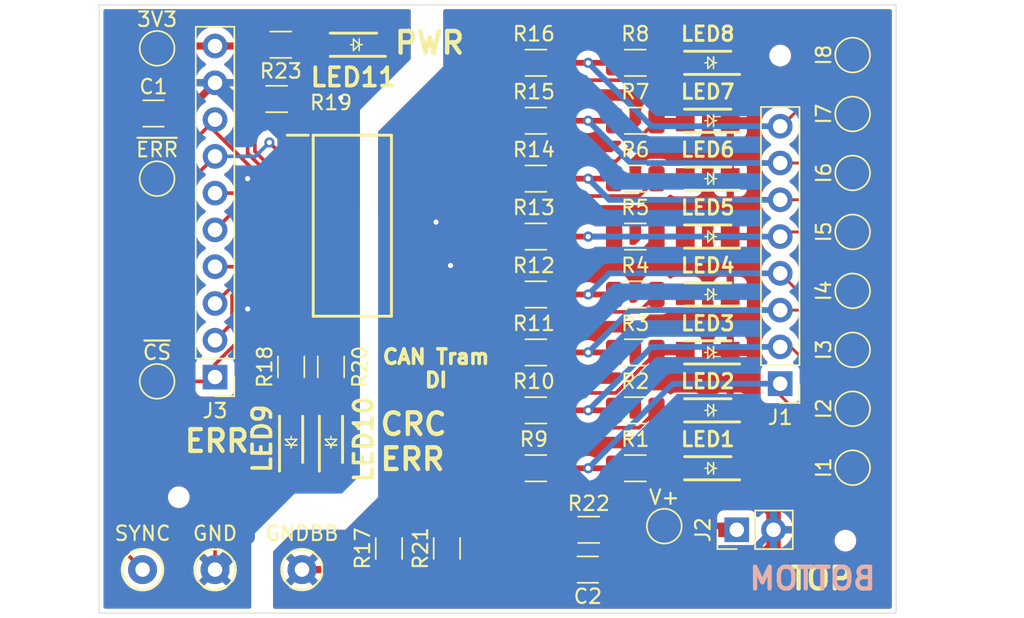
<source format=kicad_pcb>
(kicad_pcb (version 20240108) (generator "pcbnew") (generator_version "8.0")
  (layers (0 "F.Cu" signal) (31 "B.Cu" signal) (34 "B.Paste" user) (35 "F.Paste" user) (36 "B.SilkS" user "B.Silkscreen") (37 "F.SilkS" user "F.Silkscreen") (38 "B.Mask" user) (39 "F.Mask" user) (44 "Edge.Cuts" user))
  (net 0 "")
  (net 1 "GND")
  (net 2 "+3V3")
  (net 3 "GNDBB")
  (net 4 "Net-(IC1-VBB)")
  (net 5 "/IH8")
  (net 6 "/IH2")
  (net 7 "Net-(IC1-ROSC)")
  (net 9 "/IH4")
  (net 10 "/IL2")
  (net 11 "/IH6")
  (net 12 "/SYNC")
  (net 13 "/IH7")
  (net 14 "/SSI")
  (net 15 "/SSO")
  (net 16 "Net-(IC1-~{CRCERR})")
  (net 17 "/SDO")
  (net 18 "/IH5")
  (net 21 "/~{ERR}")
  (net 22 "/IL5")
  (net 23 "/SDI")
  (net 24 "/IH1")
  (net 25 "/~{CS}")
  (net 26 "/IL7")
  (net 28 "/IL8")
  (net 29 "/IL4")
  (net 30 "Net-(IC1-WB)")
  (net 31 "/SCLK")
  (net 32 "/IH3")
  (net 33 "/IL6")
  (net 34 "/IL3")
  (net 35 "Net-(IC1-TS)")
  (net 36 "/IL1")
  (net 37 "/I1")
  (net 38 "/I5")
  (net 39 "/I2")
  (net 40 "/I8")
  (net 41 "/I3")
  (net 42 "/I7")
  (net 43 "/I4")
  (net 44 "/I6")
  (net 45 "Net-(J2-Pin_1)")
  (net 46 "Net-(LED9-A)")
  (net 47 "Net-(LED10-A)")
  (net 48 "Net-(LED11-A)")
  (footprint "Capacitor_SMD:C_1206_3216Metric" (layer "F.Cu") (at 211.725 94 180)
    (property "Reference" "C2")
    (property "Value" "330n")
  )
  (footprint "Resistor_SMD:R_1206_3216Metric" (layer "F.Cu") (at 215 79)
    (property "Reference" "R3")
    (property "Value" "12k" (hide yes))
  )
  (footprint "SamacSys_Parts:LEDM3216X130N" (layer "F.Cu") (at 220 75 180)
    (property "Reference" "LED4")
    (property "Value" "156120YS75000" (hide yes))
  )
  (footprint "TestPoint:TestPoint_Pad_D2.0mm" (layer "F.Cu") (at 230 66.607144 90)
    (property "Reference" "I6")
    (property "Value" "TestPoint")
  )
  (footprint "Resistor_SMD:R_1206_3216Metric" (layer "F.Cu") (at 194 80 90)
    (property "Reference" "R20")
    (property "Value" "470" (hide yes))
  )
  (footprint "Resistor_SMD:R_1206_3216Metric" (layer "F.Cu") (at 202 92.5375 90)
    (property "Reference" "R21")
    (property "Value" "330k")
  )
  (footprint "Resistor_SMD:R_1206_3216Metric" (layer "F.Cu") (at 191.25 80 90)
    (property "Reference" "R18")
    (property "Value" "470" (hide yes))
  )
  (footprint "TestPoint:TestPoint_Keystone_5000-5004_Miniature" (layer "F.Cu") (at 192 94)
    (property "Reference" "GNDBB")
    (property "Value" "TestPoint_Probe")
  )
  (footprint "Resistor_SMD:R_1206_3216Metric" (layer "F.Cu") (at 190.5375 57.75 180)
    (property "Reference" "R23")
    (property "Value" "22k")
  )
  (footprint "TestPoint:TestPoint_Pad_D2.0mm" (layer "F.Cu") (at 230 82.892856 90)
    (property "Reference" "I2")
    (property "Value" "TestPoint")
  )
  (footprint "TestPoint:TestPoint_Pad_D2.0mm" (layer "F.Cu") (at 230 62.535716 90)
    (property "Reference" "I7")
    (property "Value" "TestPoint")
  )
  (footprint "FH_Aachen:PassStift_d=1.0_D=6.0_einseitig" (layer "F.Cu") (at 229.5 92)
    (property "Reference" "REF**" (hide yes))
    (property "Value" "PassStift_d=1.0_D=6.0_einseitig")
  )
  (footprint "TestPoint:TestPoint_Pad_D2.0mm" (layer "F.Cu") (at 217 91)
    (property "Reference" "V+")
    (property "Value" "TestPoint")
  )
  (footprint "SamacSys_Parts:LEDM3216X130N" (layer "F.Cu") (at 220 67 180)
    (property "Reference" "LED6")
    (property "Value" "156120YS75000" (hide yes))
  )
  (footprint "Resistor_SMD:R_1206_3216Metric" (layer "F.Cu") (at 208.1375 67 180)
    (property "Reference" "R14")
    (property "Value" "2k" (hide yes))
  )
  (footprint "Resistor_SMD:R_1206_3216Metric" (layer "F.Cu") (at 211.7875 91.25)
    (property "Reference" "R22")
    (property "Value" "100")
  )
  (footprint "TestPoint:TestPoint_Pad_D2.0mm" (layer "F.Cu") (at 182 81)
    (property "Reference" "~{CS}")
    (property "Value" "TestPoint")
  )
  (footprint "SamacSys_Parts:LEDM3216X130N" (layer "F.Cu") (at 195.55 57.75 180)
    (property "Reference" "LED11")
    (property "Value" "156120GS75000" (hide yes))
  )
  (footprint "TestPoint:TestPoint_Pad_D2.0mm" (layer "F.Cu") (at 182 67)
    (property "Reference" "~{ERR}")
    (property "Value" "TestPoint")
  )
  (footprint "Capacitor_SMD:C_1206_3216Metric" (layer "F.Cu") (at 181.75 62.5)
    (property "Reference" "C1")
    (property "Value" "100n")
  )
  (footprint "SamacSys_Parts:LEDM3216X130N" (layer "F.Cu") (at 220 87 180)
    (property "Reference" "LED1")
    (property "Value" "156120YS75000" (hide yes))
  )
  (footprint "Resistor_SMD:R_1206_3216Metric" (layer "F.Cu") (at 208.1375 59 180)
    (property "Reference" "R16")
    (property "Value" "2k" (hide yes))
  )
  (footprint "Connector_PinHeader_2.54mm:PinHeader_1x02_P2.54mm_Vertical" (layer "F.Cu") (at 222 91.25 90)
    (property "Reference" "J2")
    (property "Value" "Conn_01x02")
  )
  (footprint "TestPoint:TestPoint_Pad_D2.0mm" (layer "F.Cu") (at 230 70.678572 90)
    (property "Reference" "I5")
    (property "Value" "TestPoint")
  )
  (footprint "SamacSys_Parts:LEDM3216X130N" (layer "F.Cu") (at 220 59 180)
    (property "Reference" "LED8")
    (property "Value" "156120YS75000" (hide yes))
  )
  (footprint "SamacSys_Parts:LEDM3216X130N" (layer "F.Cu") (at 220 83 180)
    (property "Reference" "LED2")
    (property "Value" "156120YS75000" (hide yes))
  )
  (footprint "SamacSys_Parts:LEDM3216X130N" (layer "F.Cu") (at 220 79 180)
    (property "Reference" "LED3")
    (property "Value" "156120YS75000" (hide yes))
  )
  (footprint "SamacSys_Parts:LEDM3216X130N" (layer "F.Cu") (at 191.25 85 90)
    (property "Reference" "LED9")
    (property "Value" "156120RS75000" (hide yes))
  )
  (footprint "TestPoint:TestPoint_Pad_D2.0mm" (layer "F.Cu") (at 230 86.964288 90)
    (property "Reference" "I1")
    (property "Value" "TestPoint")
  )
  (footprint "TestPoint:TestPoint_Keystone_5000-5004_Miniature" (layer "F.Cu") (at 181 94)
    (property "Reference" "SYNC")
    (property "Value" "TestPoint_Probe")
  )
  (footprint "SamacSys_Parts:LEDM3216X130N" (layer "F.Cu") (at 220 63 180)
    (property "Reference" "LED7")
    (property "Value" "156120YS75000" (hide yes))
  )
  (footprint "TestPoint:TestPoint_Pad_D2.0mm" (layer "F.Cu") (at 230 74.75 90)
    (property "Reference" "I4")
    (property "Value" "TestPoint")
  )
  (footprint "Resistor_SMD:R_1206_3216Metric" (layer "F.Cu") (at 215 59)
    (property "Reference" "R8")
    (property "Value" "12k" (hide yes))
  )
  (footprint "Resistor_SMD:R_1206_3216Metric" (layer "F.Cu") (at 208.1375 83 180)
    (property "Reference" "R10")
    (property "Value" "2k" (hide yes))
  )
  (footprint "Connector_PinHeader_2.54mm:PinHeader_1x10_P2.54mm_Vertical" (layer "F.Cu") (at 186 80.7 180)
    (property "Reference" "J3")
    (property "Value" "Conn_01x10")
  )
  (footprint "TestPoint:TestPoint_Pad_D2.0mm" (layer "F.Cu") (at 230 58.464288 90)
    (property "Reference" "I8")
    (property "Value" "TestPoint")
  )
  (footprint "Resistor_SMD:R_1206_3216Metric" (layer "F.Cu") (at 215 83)
    (property "Reference" "R2")
    (property "Value" "12k" (hide yes))
  )
  (footprint "SamacSys_Parts:LEDM3216X130N" (layer "F.Cu") (at 194 85 90)
    (property "Reference" "LED10")
    (property "Value" "156120RS75000" (hide yes))
  )
  (footprint "SamacSys_Parts:LEDM3216X130N" (layer "F.Cu") (at 220 71 180)
    (property "Reference" "LED5")
    (property "Value" "156120YS75000" (hide yes))
  )
  (footprint "TestPoint:TestPoint_Keystone_5000-5004_Miniature" (layer "F.Cu") (at 186 94)
    (property "Reference" "GND")
    (property "Value" "TestPoint_Probe")
  )
  (footprint "Resistor_SMD:R_1206_3216Metric" (layer "F.Cu") (at 215 75)
    (property "Reference" "R4")
    (property "Value" "12k" (hide yes))
  )
  (footprint "Resistor_SMD:R_1206_3216Metric" (layer "F.Cu") (at 208.1375 71 180)
    (property "Reference" "R13")
    (property "Value" "2k" (hide yes))
  )
  (footprint "Resistor_SMD:R_1206_3216Metric" (layer "F.Cu") (at 208.1375 79 180)
    (property "Reference" "R11")
    (property "Value" "2k" (hide yes))
  )
  (footprint "TestPoint:TestPoint_Pad_D2.0mm" (layer "F.Cu") (at 182 58)
    (property "Reference" "3V3")
    (property "Value" "TestPoint")
  )
  (footprint "SamacSys_Parts:SOP50P810X110-48N" (layer "F.Cu") (at 195.475 70.25)
    (property "Reference" "IC1" (hide yes))
    (property "Value" "ISO1I813T" (hide yes))
  )
  (footprint "FH_Aachen:PassStift_d=1.0_D=6.0_einseitig" (layer "F.Cu") (at 225 58.5)
    (property "Reference" "REF**" (hide yes))
    (property "Value" "PassStift_d=1.0_D=6.0_einseitig")
  )
  (footprint "Resistor_SMD:R_1206_3216Metric" (layer "F.Cu") (at 208.1375 63 180)
    (property "Reference" "R15")
    (property "Value" "2k" (hide yes))
  )
  (footprint "Resistor_SMD:R_1206_3216Metric" (layer "F.Cu") (at 208.1375 75 180)
    (property "Reference" "R12")
    (property "Value" "2k" (hide yes))
  )
  (footprint "Resistor_SMD:R_1206_3216Metric" (layer "F.Cu") (at 215 87)
    (property "Reference" "R1")
    (property "Value" "12k" (hide yes))
  )
  (footprint "Resistor_SMD:R_1206_3216Metric" (layer "F.Cu") (at 198 92.5375 90)
    (property "Reference" "R17")
    (property "Value" "40k")
  )
  (footprint "Resistor_SMD:R_1206_3216Metric" (layer "F.Cu") (at 215 67)
    (property "Reference" "R6")
    (property "Value" "12k" (hide yes))
  )
  (footprint "Resistor_SMD:R_1206_3216Metric" (layer "F.Cu") (at 215 71)
    (property "Reference" "R5")
    (property "Value" "12k" (hide yes))
  )
  (footprint "FH_Aachen:PassStift_d=1.0_D=6.0_einseitig" (layer "F.Cu") (at 183.5 89)
    (property "Reference" "REF**" (hide yes))
    (property "Value" "PassStift_d=1.0_D=6.0_einseitig")
  )
  (footprint "Resistor_SMD:R_1206_3216Metric" (layer "F.Cu") (at 208.1375 87 180)
    (property "Reference" "R9")
    (property "Value" "2k" (hide yes))
  )
  (footprint "Connector_PinHeader_2.54mm:PinHeader_1x08_P2.54mm_Vertical" (layer "F.Cu") (at 225 81.16 180)
    (property "Reference" "J1")
    (property "Value" "Conn_01x08_Socket")
  )
  (footprint "Resistor_SMD:R_1206_3216Metric" (layer "F.Cu") (at 190.25 61.5 180)
    (property "Reference" "R19")
    (property "Value" "22k")
  )
  (footprint "TestPoint:TestPoint_Pad_D2.0mm" (layer "F.Cu") (at 230 78.821428 90)
    (property "Reference" "I3")
    (property "Value" "TestPoint")
  )
  (footprint "Resistor_SMD:R_1206_3216Metric" (layer "F.Cu") (at 215 63)
    (property "Reference" "R7")
    (property "Value" "12k" (hide yes))
  )
  (gr_rect (start 178 55) (end 233 97) (stroke (width 0.05)) (fill none) (layer "Edge.Cuts"))
  (gr_text "BOTTOM" (at 231.75 95.5 0) (layer "B.SilkS") (effects (font (size 1.5 1.5) (thickness 0.3) (bold yes)) (justify left bottom mirror)))
  (gr_text "ERR" (at 183.75 86 0) (layer "F.SilkS") (effects (font (size 1.5 1.5) (thickness 0.3) (bold yes)) (justify left bottom)))
  (gr_text "PWR\n" (at 198.25 58.5 0) (layer "F.SilkS") (effects (font (size 1.5 1.5) (thickness 0.3) (bold yes)) (justify left bottom)))
  (gr_text "CRC\nERR" (at 197.25 87.25 0) (layer "F.SilkS") (effects (font (size 1.5 1.5) (thickness 0.3) (bold yes)) (justify left bottom)))
  (gr_text "CAN Tram\nDI" (at 201.25 81.5 0) (layer "F.SilkS") (effects (font (size 1 1) (thickness 0.25) (bold yes)) (justify bottom)))
  (gr_text "TOP" (at 225.5 95.5 0) (layer "F.SilkS") (effects (font (size 1.5 1.5) (thickness 0.3) (bold yes)) (justify left bottom)))
  (segment (start 192.725 69) (end 193.25 68.475) (width 0.25) (layer "F.Cu") (net 1))
  (segment (start 190.25 76.208097) (end 189 77.458097) (width 0.25) (layer "F.Cu") (net 1))
  (segment (start 190.25 75) (end 190.25 74.425) (width 0.25) (layer "F.Cu") (net 1))
  (segment (start 197.1 57.75) (end 197.1 59) (width 0.5) (layer "F.Cu") (net 1))
  (segment (start 191.7 76) (end 190.675 76) (width 0.25) (layer "F.Cu") (net 1))
  (segment (start 188.7875 61.5) (end 187.6675 60.38) (width 0.25) (layer "F.Cu") (net 1))
  (segment (start 197.1 59) (end 191.7 64.4) (width 0.5) (layer "F.Cu") (net 1))
  (segment (start 191.7 73) (end 190.675 73) (width 0.25) (layer "F.Cu") (net 1))
  (segment (start 189 78.75) (end 187.75 80) (width 0.25) (layer "F.Cu") (net 1))
  (segment (start 183.225 62.5) (end 183.88 62.5) (width 0.5) (layer "F.Cu") (net 1))
  (segment (start 192.588604 67.5) (end 191.7 67.5) (width 0.25) (layer "F.Cu") (net 1))
  (segment (start 190.675 76) (end 190.25 75.575) (width 0.25) (layer "F.Cu") (net 1))
  (segment (start 191.7 69.5) (end 191.7 69) (width 0.25) (layer "F.Cu") (net 1))
  (segment (start 190.25 75.575) (end 190.25 75) (width 0.25) (layer "F.Cu") (net 1))
  (segment (start 193.25 68.161396) (end 192.588604 67.5) (width 0.25) (layer "F.Cu") (net 1))
  (segment (start 187.75 87) (end 186 88.75) (width 0.25) (layer "F.Cu") (net 1))
  (segment (start 190.25 74.425) (end 190.675 74) (width 0.25) (layer "F.Cu") (net 1))
  (segment (start 186 88.75) (end 186 94) (width 0.25) (layer "F.Cu") (net 1))
  (segment (start 191.7 69) (end 192.725 69) (width 0.25) (layer "F.Cu") (net 1))
  (segment (start 183.88 62.5) (end 186 60.38) (width 0.5) (layer "F.Cu") (net 1))
  (segment (start 193.25 68.475) (end 193.25 68.161396) (width 0.25) (layer "F.Cu") (net 1))
  (segment (start 190.25 73.425) (end 190.25 73.5) (width 0.25) (layer "F.Cu") (net 1))
  (segment (start 190.675 73) (end 190.25 73.425) (width 0.25) (layer "F.Cu") (net 1))
  (segment (start 188.55 76.05) (end 191.7 76.05) (width 0.4) (layer "F.Cu") (net 1))
  (segment (start 187.6675 60.38) (end 186 60.38) (width 0.25) (layer "F.Cu") (net 1))
  (segment (start 188.25 76) (end 188.5 76) (width 0.4) (layer "F.Cu") (net 1))
  (segment (start 190.25 75) (end 190.25 76.208097) (width 0.25) (layer "F.Cu") (net 1))
  (segment (start 191.7 67.5) (end 188.75 67.5) (width 0.25) (layer "F.Cu") (net 1))
  (segment (start 188.75 67.5) (end 188.25 67) (width 0.25) (layer "F.Cu") (net 1))
  (segment (start 187.75 80) (end 187.75 87) (width 0.25) (layer "F.Cu") (net 1))
  (segment (start 190.675 74) (end 191.7 74) (width 0.25) (layer "F.Cu") (net 1))
  (segment (start 190.25 73.5) (end 190.75 74) (width 0.25) (layer "F.Cu") (net 1))
  (segment (start 189 77.458097) (end 189 78.75) (width 0.25) (layer "F.Cu") (net 1))
  (segment (start 188.5 76) (end 188.55 76.05) (width 0.4) (layer "F.Cu") (net 1))
  (segment (start 190.75 74) (end 191.7 74) (width 0.25) (layer "F.Cu") (net 1))
  (via (at 188.25 67) (size 0.7) (drill 0.35) (layers "F.Cu" "B.Cu") (net 1))
  (via (at 194.675 61.425) (size 0.75) (drill 0.35) (layers "F.Cu" "B.Cu") (net 1))
  (via (at 188.25 76) (size 0.75) (drill 0.35) (layers "F.Cu" "B.Cu") (net 1))
  (segment (start 188.75 67) (end 188.25 67) (width 1) (layer "B.Cu") (net 1))
  (segment (start 186 60.38) (end 187.55 61.93) (width 1) (layer "B.Cu") (net 1))
  (segment (start 190.8 64.065075) (end 190.8 64.95) (width 1) (layer "B.Cu") (net 1))
  (segment (start 188.664925 61.93) (end 190.8 64.065075) (width 1) (layer "B.Cu") (net 1))
  (segment (start 187.045 61.425) (end 186 60.38) (width 1) (layer "B.Cu") (net 1))
  (segment (start 188.25 91.75) (end 186 94) (width 1) (layer "B.Cu") (net 1))
  (segment (start 190.8 64.95) (end 188.75 67) (width 1) (layer "B.Cu") (net 1))
  (segment (start 187.55 61.93) (end 188.664925 61.93) (width 1) (layer "B.Cu") (net 1))
  (segment (start 194.675 61.425) (end 187.045 61.425) (width 1) (layer "B.Cu") (net 1))
  (segment (start 188.25 67) (end 188.25 91.75) (width 1) (layer "B.Cu") (net 1))
  (segment (start 194 74.775) (end 192.725 73.5) (width 0.25) (layer "F.Cu") (net 2))
  (segment (start 191.7 66.5) (end 192.725 66.5) (width 0.25) (layer "F.Cu") (net 2))
  (segment (start 192.75 66.475) (end 192.75 65.075) (width 0.25) (layer "F.Cu") (net 2))
  (segment (start 188.325 81.4625) (end 191.25 78.5375) (width 0.5) (layer "F.Cu") (net 2))
  (segment (start 188.25 64) (end 190.25 62) (width 0.25) (layer "F.Cu") (net 2))
  (segment (start 186 57.84) (end 182.16 57.84) (width 0.5) (layer "F.Cu") (net 2))
  (segment (start 194 78.5375) (end 194 74.775) (width 0.25) (layer "F.Cu") (net 2))
  (segment (start 179 95.25) (end 180 96.25) (width 0.5) (layer "F.Cu") (net 2))
  (segment (start 191.7 66.5) (end 189.5 66.5) (width 0.25) (layer "F.Cu") (net 2))
  (segment (start 192.725 73.5) (end 191.7 73.5) (width 0.25) (layer "F.Cu") (net 2))
  (segment (start 186 57.84) (end 188.985 57.84) (width 0.5) (layer "F.Cu") (net 2))
  (segment (start 194 78.5375) (end 191.25 78.5375) (width 0.25) (layer "F.Cu") (net 2))
  (segment (start 190.25 58.925) (end 189.075 57.75) (width 0.25) (layer "F.Cu") (net 2))
  (segment (start 180 96.25) (end 186.75 96.25) (width 0.5) (layer "F.Cu") (net 2))
  (segment (start 192.675 65) (end 191.7 65) (width 0.25) (layer "F.Cu") (net 2))
  (segment (start 179 63.775) (end 179 95.25) (width 0.5) (layer "F.Cu") (net 2))
  (segment (start 180.275 62.5) (end 179 63.775) (width 0.5) (layer "F.Cu") (net 2))
  (segment (start 189.5 66.5) (end 188.25 65.25) (width 0.25) (layer "F.Cu") (net 2))
  (segment (start 192.725 66.5) (end 192.75 66.475) (width 0.25) (layer "F.Cu") (net 2))
  (segment (start 190.25 62) (end 190.25 58.925) (width 0.25) (layer "F.Cu") (net 2))
  (segment (start 188 95) (end 188 87.563173) (width 0.5) (layer "F.Cu") (net 2))
  (segment (start 180.275 59.725) (end 182 58) (width 0.5) (layer "F.Cu") (net 2))
  (segment (start 180.275 62.5) (end 180.275 59.725) (width 0.5) (layer "F.Cu") (net 2))
  (segment (start 182.16 57.84) (end 182 58) (width 0.5) (layer "F.Cu") (net 2))
  (segment (start 188.985 57.84) (end 189.075 57.75) (width 0.5) (layer "F.Cu") (net 2))
  (segment (start 188 87.563173) (end 188.325 87.238173) (width 0.5) (layer "F.Cu") (net 2))
  (segment (start 188.25 65.25) (end 188.25 64) (width 0.25) (layer "F.Cu") (net 2))
  (segment (start 192.75 65.075) (end 192.675 65) (width 0.25) (layer "F.Cu") (net 2))
  (segment (start 186.75 96.25) (end 188 95) (width 0.5) (layer "F.Cu") (net 2))
  (segment (start 188.325 87.238173) (end 188.325 81.4625) (width 0.5) (layer "F.Cu") (net 2))
  (segment (start 224.54 89.99) (end 221.55 87) (width 1) (layer "F.Cu") (net 3))
  (segment (start 202 94) (end 198 94) (width 0.5) (layer "F.Cu") (net 3))
  (segment (start 221.55 71) (end 221.55 75) (width 0.4) (layer "F.Cu") (net 3))
  (segment (start 203.225 95.225) (end 211.975 95.225) (width 0.25) (layer "F.Cu") (net 3))
  (segment (start 199.25 63.25) (end 206.25 56.25) (width 0.25) (layer "F.Cu") (net 3))
  (segment (start 211.975 95.225) (end 213.2 94) (width 0.25) (layer "F.Cu") (net 3))
  (segment (start 221.55 56.3) (end 221.55 59) (width 0.25) (layer "F.Cu") (net 3))
  (segment (start 199.25 73) (end 202.25 73) (width 0.25) (layer "F.Cu") (net 3))
  (segment (start 221.55 83) (end 221.55 87) (width 0.4) (layer "F.Cu") (net 3))
  (segment (start 224.54 92.452081) (end 222.992081 94) (width 1) (layer "F.Cu") (net 3))
  (segment (start 221.5 56.25) (end 221.55 56.3) (width 0.25) (layer "F.Cu") (net 3))
  (segment (start 198.225 64.5) (end 199.25 64.5) (width 0.25) (layer "F.Cu") (net 3))
  (segment (start 221.55 79) (end 221.55 83) (width 0.4) (layer "F.Cu") (net 3))
  (segment (start 204 92) (end 202 94) (width 0.25) (layer "F.Cu") (net 3))
  (segment (start 199.25 70) (end 201.25 70) (width 0.25) (layer "F.Cu") (net 3))
  (segment (start 221.55 63) (end 221.55 67) (width 0.4) (layer "F.Cu") (net 3))
  (segment (start 198.225 67) (end 197.75 66.525) (width 0.25) (layer "F.Cu") (net 3))
  (segment (start 199.25 67) (end 198.225 67) (width 0.25) (layer "F.Cu") (net 3))
  (segment (start 206.25 56.25) (end 221.5 56.25) (width 0.25) (layer "F.Cu") (net 3))
  (segment (start 222.992081 94) (end 213.2 94) (width 1) (layer "F.Cu") (net 3))
  (segment (start 224.54 91.25) (end 224.54 89.99) (width 1) (layer "F.Cu") (net 3))
  (segment (start 221.55 75) (end 221.55 79) (width 0.4) (layer "F.Cu") (net 3))
  (segment (start 202 94) (end 203.225 95.225) (width 0.25) (layer "F.Cu") (net 3))
  (segment (start 224.54 91.25) (end 224.54 92.452081) (width 1) (layer "F.Cu") (net 3))
  (segment (start 221.55 67) (end 221.55 71) (width 0.4) (layer "F.Cu") (net 3))
  (segment (start 199.25 85.5) (end 204 90.25) (width 0.25) (layer "F.Cu") (net 3))
  (segment (start 221.55 59) (end 221.55 63) (width 0.4) (layer "F.Cu") (net 3))
  (segment (start 204 90.25) (end 204 92) (width 0.25) (layer "F.Cu") (net 3))
  (segment (start 197.75 66.525) (end 197.75 64.975) (width 0.25) (layer "F.Cu") (net 3))
  (segment (start 197.75 64.975) (end 198.225 64.5) (width 0.25) (layer "F.Cu") (net 3))
  (segment (start 198 94) (end 192 94) (width 0.5) (layer "F.Cu") (net 3))
  (segment (start 199.25 76) (end 199.25 85.5) (width 0.25) (layer "F.Cu") (net 3))
  (segment (start 199.25 64.5) (end 199.25 63.25) (width 0.25) (layer "F.Cu") (net 3))
  (via (at 202.25 73) (size 0.7) (drill 0.35) (layers "F.Cu" "B.Cu") (net 3))
  (via (at 201.25 70) (size 0.7) (drill 0.35) (layers "F.Cu" "B.Cu") (net 3))
  (segment (start 216.168629 92.55) (end 202.25 78.631371) (width 0.5) (layer "B.Cu") (net 3))
  (segment (start 224.54 91.25) (end 223.24 92.55) (width 0.5) (layer "B.Cu") (net 3))
  (segment (start 202.25 73) (end 202.25 71) (width 0.5) (layer "B.Cu") (net 3))
  (segment (start 223.24 92.55) (end 216.168629 92.55) (width 0.5) (layer "B.Cu") (net 3))
  (segment (start 202.25 71) (end 201.25 70) (width 0.5) (layer "B.Cu") (net 3))
  (segment (start 202.25 78.631371) (end 202.25 73) (width 0.5) (layer "B.Cu") (net 3))
  (segment (start 200.75 84.416726) (end 207.583274 91.25) (width 1) (layer "F.Cu") (net 4))
  (segment (start 207.583274 91.25) (end 210.325 91.25) (width 1) (layer "F.Cu") (net 4))
  (segment (start 210.325 93.925) (end 210.25 94) (width 0.2) (layer "F.Cu") (net 4))
  (segment (start 210.325 91.25) (end 210.325 93.925) (width 0.2) (layer "F.Cu") (net 4))
  (segment (start 200.75 76.75) (end 200.75 84.416726) (width 1) (layer "F.Cu") (net 4))
  (segment (start 200.275 75.5) (end 199.25 75.5) (width 0.25) (layer "F.Cu") (net 4))
  (segment (start 200.75 76.75) (end 200.75 75.975) (width 0.25) (layer "F.Cu") (net 4))
  (segment (start 200.75 75.975) (end 200.275 75.5) (width 0.25) (layer "F.Cu") (net 4))
  (segment (start 200.675 65) (end 199.25 65) (width 0.25) (layer "F.Cu") (net 5))
  (segment (start 206.675 59) (end 200.675 65) (width 0.25) (layer "F.Cu") (net 5))
  (segment (start 204 80.325) (end 204 76.340812) (width 0.25) (layer "F.Cu") (net 6))
  (segment (start 204 76.340812) (end 201.159188 73.5) (width 0.25) (layer "F.Cu") (net 6))
  (segment (start 206.675 83) (end 204 80.325) (width 0.25) (layer "F.Cu") (net 6))
  (segment (start 201.159188 73.5) (end 199.25 73.5) (width 0.25) (layer "F.Cu") (net 6))
  (segment (start 191 61.5) (end 190.7 61.8) (width 0.25) (layer "F.Cu") (net 7))
  (segment (start 190.7 62.186396) (end 188.75 64.136396) (width 0.25) (layer "F.Cu") (net 7))
  (segment (start 188.75 65.113604) (end 189.636396 66) (width 0.25) (layer "F.Cu") (net 7))
  (segment (start 188.75 64.136396) (end 188.75 65.113604) (width 0.25) (layer "F.Cu") (net 7))
  (segment (start 189.636396 66) (end 191.7 66) (width 0.25) (layer "F.Cu") (net 7))
  (segment (start 190.7 61.8) (end 190.7 62.186396) (width 0.25) (layer "F.Cu") (net 7))
  (segment (start 191.7125 61.5) (end 191 61.5) (width 0.25) (layer "F.Cu") (net 7))
  (segment (start 200.866116 70.75) (end 200.616116 71) (width 0.25) (layer "F.Cu") (net 9))
  (segment (start 206.675 75) (end 206.675 73.675) (width 0.25) (layer "F.Cu") (net 9))
  (segment (start 206.675 73.675) (end 203.75 70.75) (width 0.25) (layer "F.Cu") (net 9))
  (segment (start 200.616116 71) (end 199.25 71) (width 0.25) (layer "F.Cu") (net 9))
  (segment (start 203.75 70.75) (end 200.866116 70.75) (width 0.25) (layer "F.Cu") (net 9))
  (segment (start 203.55 76.527208) (end 201.022792 74) (width 0.25) (layer "F.Cu") (net 10))
  (segment (start 215.2625 84.2) (end 206.1174 84.2) (width 0.25) (layer "F.Cu") (net 10))
  (segment (start 203.55 81.6326) (end 203.55 76.527208) (width 0.25) (layer "F.Cu") (net 10))
  (segment (start 218.45 83) (end 216.4625 83) (width 0.4) (layer "F.Cu") (net 10))
  (segment (start 216.4625 83) (end 215.2625 84.2) (width 0.25) (layer "F.Cu") (net 10))
  (segment (start 201.022792 74) (end 199.25 74) (width 0.25) (layer "F.Cu") (net 10))
  (segment (start 206.1174 84.2) (end 203.55 81.6326) (width 0.25) (layer "F.Cu") (net 10))
  (segment (start 206.175 67.5) (end 199.25 67.5) (width 0.25) (layer "F.Cu") (net 11))
  (segment (start 206.675 67) (end 206.175 67.5) (width 0.25) (layer "F.Cu") (net 11))
  (segment (start 181 94) (end 180 93) (width 0.25) (layer "F.Cu") (net 12))
  (segment (start 189.75 64.5) (end 190.75 65.5) (width 0.25) (layer "F.Cu") (net 12))
  (segment (start 180 71.46) (end 186 65.46) (width 0.25) (layer "F.Cu") (net 12))
  (segment (start 180 93) (end 180 71.46) (width 0.25) (layer "F.Cu") (net 12))
  (segment (start 190.75 65.5) (end 191.7 65.5) (width 0.25) (layer "F.Cu") (net 12))
  (via (at 189.75 64.5) (size 0.7) (drill 0.35) (layers "F.Cu" "B.Cu") (net 12))
  (segment (start 188.79 65.46) (end 186 65.46) (width 0.25) (layer "B.Cu") (net 12))
  (segment (start 189.75 64.5) (end 188.79 65.46) (width 0.25) (layer "B.Cu") (net 12))
  (segment (start 200.947792 66) (end 199.25 66) (width 0.25) (layer "F.Cu") (net 13))
  (segment (start 206.675 63) (end 203.947792 63) (width 0.25) (layer "F.Cu") (net 13))
  (segment (start 203.947792 63) (end 200.947792 66) (width 0.25) (layer "F.Cu") (net 13))
  (segment (start 187.606396 73.53) (end 190.136396 71) (width 0.25) (layer "F.Cu") (net 14))
  (segment (start 187.606396 74.013604) (end 187.606396 73.53) (width 0.25) (layer "F.Cu") (net 14))
  (segment (start 190.136396 71) (end 191.7 71) (width 0.25) (layer "F.Cu") (net 14))
  (segment (start 186 75.62) (end 187.606396 74.013604) (width 0.25) (layer "F.Cu") (net 14))
  (segment (start 186 70.54) (end 188.04 68.5) (width 0.25) (layer "F.Cu") (net 15))
  (segment (start 188.04 68.5) (end 191.7 68.5) (width 0.25) (layer "F.Cu") (net 15))
  (segment (start 193.9 85.575) (end 195.25 84.225) (width 0.25) (layer "F.Cu") (net 16))
  (segment (start 192.675 70) (end 191.7 70) (width 0.2) (layer "F.Cu") (net 16))
  (segment (start 192.225 85.575) (end 193.9 85.575) (width 0.25) (layer "F.Cu") (net 16))
  (segment (start 195.25 84.225) (end 195.25 72.525) (width 0.25) (layer "F.Cu") (net 16))
  (segment (start 192.725 70) (end 191.7 70) (width 0.25) (layer "F.Cu") (net 16))
  (segment (start 195.25 72.525) (end 192.725 70) (width 0.25) (layer "F.Cu") (net 16))
  (segment (start 191.25 86.55) (end 192.225 85.575) (width 0.25) (layer "F.Cu") (net 16))
  (segment (start 186 78.16) (end 187.175 76.985) (width 0.25) (layer "F.Cu") (net 17))
  (segment (start 190.272792 71.5) (end 191.7 71.5) (width 0.25) (layer "F.Cu") (net 17))
  (segment (start 187.175 76.985) (end 187.175 75.081396) (width 0.25) (layer "F.Cu") (net 17))
  (segment (start 188.056396 74.2) (end 188.056396 73.716396) (width 0.25) (layer "F.Cu") (net 17))
  (segment (start 187.175 75.081396) (end 188.056396 74.2) (width 0.25) (layer "F.Cu") (net 17))
  (segment (start 188.056396 73.716396) (end 190.272792 71.5) (width 0.25) (layer "F.Cu") (net 17))
  (segment (start 203 68.5) (end 199.25 68.5) (width 0.25) (layer "F.Cu") (net 18))
  (segment (start 206.675 71) (end 205.5 71) (width 0.25) (layer "F.Cu") (net 18))
  (segment (start 205.5 71) (end 203 68.5) (width 0.25) (layer "F.Cu") (net 18))
  (segment (start 195.7 84.85) (end 195.7 69.975) (width 0.25) (layer "F.Cu") (net 21))
  (segment (start 192.725 67) (end 191.7 67) (width 0.25) (layer "F.Cu") (net 21))
  (segment (start 186 63.75) (end 189.25 67) (width 0.25) (layer "F.Cu") (net 21))
  (segment (start 186 62.92) (end 182 66.92) (width 0.25) (layer "F.Cu") (net 21))
  (segment (start 189.25 67) (end 191.7 67) (width 0.25) (layer "F.Cu") (net 21))
  (segment (start 194 86.55) (end 195.7 84.85) (width 0.25) (layer "F.Cu") (net 21))
  (segment (start 186 62.92) (end 186 63.75) (width 0.25) (layer "F.Cu") (net 21))
  (segment (start 192.75 67) (end 191.7 67) (width 0.2) (layer "F.Cu") (net 21))
  (segment (start 182 66.92) (end 182 67) (width 0.25) (layer "F.Cu") (net 21))
  (segment (start 195.7 69.975) (end 192.725 67) (width 0.25) (layer "F.Cu") (net 21))
  (segment (start 216.4625 71) (end 215.2625 72.2) (width 0.25) (layer "F.Cu") (net 22))
  (segment (start 202.75 69) (end 199.25 69) (width 0.25) (layer "F.Cu") (net 22))
  (segment (start 205.95 72.2) (end 202.75 69) (width 0.25) (layer "F.Cu") (net 22))
  (segment (start 215.2625 72.2) (end 205.95 72.2) (width 0.25) (layer "F.Cu") (net 22))
  (segment (start 216.4625 71) (end 218.45 71) (width 0.4) (layer "F.Cu") (net 22))
  (segment (start 186 68) (end 191.7 68) (width 0.25) (layer "F.Cu") (net 23))
  (segment (start 206.675 87) (end 203.1 83.425) (width 0.25) (layer "F.Cu") (net 24))
  (segment (start 203.1 83.425) (end 203.1 76.713604) (width 0.25) (layer "F.Cu") (net 24))
  (segment (start 203.1 76.713604) (end 200.886396 74.5) (width 0.25) (layer "F.Cu") (net 24))
  (segment (start 200.886396 74.5) (end 199.25 74.5) (width 0.25) (layer "F.Cu") (net 24))
  (segment (start 191.7 72) (end 190.409188 72) (width 0.25) (layer "F.Cu") (net 25))
  (segment (start 182 81) (end 185.7 81) (width 0.25) (layer "F.Cu") (net 25))
  (segment (start 190.409188 72) (end 188.506396 73.902792) (width 0.25) (layer "F.Cu") (net 25))
  (segment (start 188.506396 74.386396) (end 187.625 75.267792) (width 0.25) (layer "F.Cu") (net 25))
  (segment (start 185.7 81) (end 186 80.7) (width 0.25) (layer "F.Cu") (net 25))
  (segment (start 187.625 75.267792) (end 187.625 78.196701) (width 0.25) (layer "F.Cu") (net 25))
  (segment (start 186 79.821701) (end 186 80.7) (width 0.25) (layer "F.Cu") (net 25))
  (segment (start 188.506396 73.902792) (end 188.506396 74.386396) (width 0.25) (layer "F.Cu") (net 25))
  (segment (start 187.625 78.196701) (end 186 79.821701) (width 0.25) (layer "F.Cu") (net 25))
  (segment (start 204 66.5) (end 199.25 66.5) (width 0.25) (layer "F.Cu") (net 26))
  (segment (start 216.4625 63) (end 218.45 63) (width 0.4) (layer "F.Cu") (net 26))
  (segment (start 213.6625 65.8) (end 204.7 65.8) (width 0.25) (layer "F.Cu") (net 26))
  (segment (start 216.4625 63) (end 213.6625 65.8) (width 0.25) (layer "F.Cu") (net 26))
  (segment (start 204.7 65.8) (end 204 66.5) (width 0.25) (layer "F.Cu") (net 26))
  (segment (start 200.811396 65.5) (end 199.25 65.5) (width 0.25) (layer "F.Cu") (net 28))
  (segment (start 215.2625 60.2) (end 206.111396 60.2) (width 0.25) (layer "F.Cu") (net 28))
  (segment (start 216.4625 59) (end 218.45 59) (width 0.4) (layer "F.Cu") (net 28))
  (segment (start 216.4625 59) (end 215.2625 60.2) (width 0.25) (layer "F.Cu") (net 28))
  (segment (start 206.111396 60.2) (end 200.811396 65.5) (width 0.25) (layer "F.Cu") (net 28))
  (segment (start 203.563604 71.2) (end 201.052512 71.2) (width 0.25) (layer "F.Cu") (net 29))
  (segment (start 216.4625 75) (end 218.45 75) (width 0.4) (layer "F.Cu") (net 29))
  (segment (start 206.1174 76.2) (end 205.7875 75.8701) (width 0.25) (layer "F.Cu") (net 29))
  (segment (start 200.752512 71.5) (end 199.25 71.5) (width 0.25) (layer "F.Cu") (net 29))
  (segment (start 201.052512 71.2) (end 200.752512 71.5) (width 0.25) (layer "F.Cu") (net 29))
  (segment (start 216.4625 75) (end 215.2625 76.2) (width 0.25) (layer "F.Cu") (net 29))
  (segment (start 215.2625 76.2) (end 206.1174 76.2) (width 0.25) (layer "F.Cu") (net 29))
  (segment (start 205.7875 75.8701) (end 205.7875 73.423896) (width 0.25) (layer "F.Cu") (net 29))
  (segment (start 205.7875 73.423896) (end 203.563604 71.2) (width 0.25) (layer "F.Cu") (net 29))
  (segment (start 199.25 69.5) (end 198.225 69.5) (width 0.25) (layer "F.Cu") (net 30))
  (segment (start 198.225 69.5) (end 197.75 69.975) (width 0.25) (layer "F.Cu") (net 30))
  (segment (start 197.75 69.975) (end 197.75 90.825) (width 0.25) (layer "F.Cu") (net 30))
  (segment (start 197.75 90.825) (end 198 91.075) (width 0.25) (layer "F.Cu") (net 30))
  (segment (start 186 73.08) (end 187.42 73.08) (width 0.25) (layer "F.Cu") (net 31))
  (segment (start 187.42 73.08) (end 190 70.5) (width 0.25) (layer "F.Cu") (net 31))
  (segment (start 190 70.5) (end 191.7 70.5) (width 0.25) (layer "F.Cu") (net 31))
  (segment (start 205.931004 76.65) (end 205.3375 76.056496) (width 0.25) (layer "F.Cu") (net 32))
  (segment (start 201.238908 71.65) (end 200.888908 72) (width 0.25) (layer "F.Cu") (net 32))
  (segment (start 206.675 76.65) (end 205.931004 76.65) (width 0.25) (layer "F.Cu") (net 32))
  (segment (start 206.675 79) (end 206.675 76.65) (width 0.25) (layer "F.Cu") (net 32))
  (segment (start 200.888908 72) (end 199.25 72) (width 0.25) (layer "F.Cu") (net 32))
  (segment (start 205.3375 73.610292) (end 203.377208 71.65) (width 0.25) (layer "F.Cu") (net 32))
  (segment (start 203.377208 71.65) (end 201.238908 71.65) (width 0.25) (layer "F.Cu") (net 32))
  (segment (start 205.3375 76.056496) (end 205.3375 73.610292) (width 0.25) (layer "F.Cu") (net 32))
  (segment (start 215.2625 68.2) (end 206.1174 68.2) (width 0.25) (layer "F.Cu") (net 33))
  (segment (start 205.9174 68) (end 199.25 68) (width 0.25) (layer "F.Cu") (net 33))
  (segment (start 216.4625 67) (end 218.45 67) (width 0.4) (layer "F.Cu") (net 33))
  (segment (start 216.4625 67) (end 215.2625 68.2) (width 0.25) (layer "F.Cu") (net 33))
  (segment (start 206.1174 68.2) (end 205.9174 68) (width 0.25) (layer "F.Cu") (net 33))
  (segment (start 201.425304 72.1) (end 201.025304 72.5) (width 0.25) (layer "F.Cu") (net 34))
  (segment (start 207.2326 81.8) (end 204.8875 79.4549) (width 0.25) (layer "F.Cu") (net 34))
  (segment (start 204.8875 79.4549) (end 204.8875 73.796688) (width 0.25) (layer "F.Cu") (net 34))
  (segment (start 204.8875 73.796688) (end 203.190812 72.1) (width 0.25) (layer "F.Cu") (net 34))
  (segment (start 213.6625 81.8) (end 207.2326 81.8) (width 0.25) (layer "F.Cu") (net 34))
  (segment (start 201.025304 72.5) (end 199.25 72.5) (width 0.25) (layer "F.Cu") (net 34))
  (segment (start 203.190812 72.1) (end 201.425304 72.1) (width 0.25) (layer "F.Cu") (net 34))
  (segment (start 218.45 79) (end 216.4625 79) (width 0.4) (layer "F.Cu") (net 34))
  (segment (start 216.4625 79) (end 213.6625 81.8) (width 0.25) (layer "F.Cu") (net 34))
  (segment (start 202 91.075) (end 198.2 87.275) (width 0.25) (layer "F.Cu") (net 35))
  (segment (start 198.225 70.5) (end 199.25 70.5) (width 0.25) (layer "F.Cu") (net 35))
  (segment (start 198.2 87.275) (end 198.2 70.525) (width 0.25) (layer "F.Cu") (net 35))
  (segment (start 198.2 70.525) (end 198.225 70.5) (width 0.25) (layer "F.Cu") (net 35))
  (segment (start 216.4625 87) (end 215.2625 88.2) (width 0.25) (layer "F.Cu") (net 36))
  (segment (start 215.2625 88.2) (end 205.7 88.2) (width 0.25) (layer "F.Cu") (net 36))
  (segment (start 205.7 88.2) (end 202.65 85.15) (width 0.25) (layer "F.Cu") (net 36))
  (segment (start 200.75 75) (end 199.25 75) (width 0.25) (layer "F.Cu") (net 36))
  (segment (start 202.65 76.9) (end 200.75 75) (width 0.25) (layer "F.Cu") (net 36))
  (segment (start 202.65 85.15) (end 202.65 76.9) (width 0.25) (layer "F.Cu") (net 36))
  (segment (start 218.45 87) (end 216.4625 87) (width 0.4) (layer "F.Cu") (net 36))
  (segment (start 209.6 87) (end 211.75 87) (width 0.4) (layer "F.Cu") (net 37))
  (segment (start 211.75 87) (end 213.5375 87) (width 0.4) (layer "F.Cu") (net 37))
  (segment (start 225 81.964288) (end 225 81.16) (width 0.2) (layer "F.Cu") (net 37))
  (segment (start 230 86.964288) (end 225 81.964288) (width 0.2) (layer "F.Cu") (net 37))
  (via (at 211.75 87) (size 0.7) (drill 0.35) (layers "F.Cu" "B.Cu") (net 37))
  (segment (start 217.59 81.16) (end 211.75 87) (width 0.4) (layer "B.Cu") (net 37))
  (segment (start 225 81.16) (end 217.59 81.16) (width 0.4) (layer "B.Cu") (net 37))
  (segment (start 211.75 71) (end 213.5375 71) (width 0.4) (layer "F.Cu") (net 38))
  (segment (start 230 70.678572) (end 225.321428 70.678572) (width 0.2) (layer "F.Cu") (net 38))
  (segment (start 225.321428 70.678572) (end 225 71) (width 0.2) (layer "F.Cu") (net 38))
  (segment (start 209.6 71) (end 211.75 71) (width 0.4) (layer "F.Cu") (net 38))
  (via (at 211.75 71) (size 0.7) (drill 0.35) (layers "F.Cu" "B.Cu") (net 38))
  (segment (start 225 71) (end 211.75 71) (width 0.4) (layer "B.Cu") (net 38))
  (segment (start 230 82.892856) (end 225.727144 78.62) (width 0.2) (layer "F.Cu") (net 39))
  (segment (start 211.75 83) (end 213.5375 83) (width 0.4) (layer "F.Cu") (net 39))
  (segment (start 225.727144 78.62) (end 225 78.62) (width 0.2) (layer "F.Cu") (net 39))
  (segment (start 209.6 83) (end 211.75 83) (width 0.4) (layer "F.Cu") (net 39))
  (via (at 211.75 83) (size 0.7) (drill 0.35) (layers "F.Cu" "B.Cu") (net 39))
  (segment (start 216.13 78.62) (end 211.75 83) (width 0.4) (layer "B.Cu") (net 39))
  (segment (start 225 78.62) (end 216.13 78.62) (width 0.4) (layer "B.Cu") (net 39))
  (segment (start 211.75 59) (end 213.5375 59) (width 0.4) (layer "F.Cu") (net 40))
  (segment (start 209.6 59) (end 211.75 59) (width 0.4) (layer "F.Cu") (net 40))
  (segment (start 225.084288 63.38) (end 225 63.38) (width 0.2) (layer "F.Cu") (net 40))
  (segment (start 230 58.464288) (end 225.084288 63.38) (width 0.2) (layer "F.Cu") (net 40))
  (via (at 211.75 59) (size 0.7) (drill 0.35) (layers "F.Cu" "B.Cu") (net 40))
  (segment (start 225 63.38) (end 216.13 63.38) (width 0.4) (layer "B.Cu") (net 40))
  (segment (start 216.13 63.38) (end 211.75 59) (width 0.4) (layer "B.Cu") (net 40))
  (segment (start 211.75 79) (end 213.5375 79) (width 0.4) (layer "F.Cu") (net 41))
  (segment (start 209.6 79) (end 211.75 79) (width 0.4) (layer "F.Cu") (net 41))
  (segment (start 230 78.821428) (end 227.258572 76.08) (width 0.2) (layer "F.Cu") (net 41))
  (segment (start 227.258572 76.08) (end 225 76.08) (width 0.2) (layer "F.Cu") (net 41))
  (via (at 211.75 79) (size 0.7) (drill 0.35) (layers "F.Cu" "B.Cu") (net 41))
  (segment (start 214.67 76.08) (end 211.75 79) (width 0.4) (layer "B.Cu") (net 41))
  (segment (start 225 76.08) (end 214.67 76.08) (width 0.4) (layer "B.Cu") (net 41))
  (segment (start 211.75 63) (end 213.5375 63) (width 0.4) (layer "F.Cu") (net 42))
  (segment (start 209.6 63) (end 211.75 63) (width 0.4) (layer "F.Cu") (net 42))
  (segment (start 230 62.535716) (end 226.615716 65.92) (width 0.2) (layer "F.Cu") (net 42))
  (segment (start 226.615716 65.92) (end 225 65.92) (width 0.2) (layer "F.Cu") (net 42))
  (via (at 211.75 63) (size 0.7) (drill 0.35) (layers "F.Cu" "B.Cu") (net 42))
  (segment (start 214.67 65.92) (end 211.75 63) (width 0.4) (layer "B.Cu") (net 42))
  (segment (start 225 65.92) (end 214.67 65.92) (width 0.4) (layer "B.Cu") (net 42))
  (segment (start 225.96 74.5) (end 225 73.54) (width 0.2) (layer "F.Cu") (net 43))
  (segment (start 209.6 75) (end 211.75 75) (width 0.4) (layer "F.Cu") (net 43))
  (segment (start 229.75 74.5) (end 225.96 74.5) (width 0.2) (layer "F.Cu") (net 43))
  (segment (start 211.75 75) (end 213.5375 75) (width 0.4) (layer "F.Cu") (net 43))
  (segment (start 230 74.75) (end 229.75 74.5) (width 0.2) (layer "F.Cu") (net 43))
  (via (at 211.75 75) (size 0.7) (drill 0.35) (layers "F.Cu" "B.Cu") (net 43))
  (segment (start 225 73.54) (end 213.21 73.54) (width 0.4) (layer "B.Cu") (net 43))
  (segment (start 213.21 73.54) (end 211.75 75) (width 0.4) (layer "B.Cu") (net 43))
  (segment (start 225 68.46) (end 228.147144 68.46) (width 0.2) (layer "F.Cu") (net 44))
  (segment (start 209.6 67) (end 211.75 67) (width 0.4) (layer "F.Cu") (net 44))
  (segment (start 211.75 67) (end 213.5375 67) (width 0.4) (layer "F.Cu") (net 44))
  (segment (start 228.147144 68.46) (end 230 66.607144) (width 0.2) (layer "F.Cu") (net 44))
  (via (at 211.75 67) (size 0.7) (drill 0.35) (layers "F.Cu" "B.Cu") (net 44))
  (segment (start 213.21 68.46) (end 211.75 67) (width 0.4) (layer "B.Cu") (net 44))
  (segment (start 225 68.46) (end 213.21 68.46) (width 0.4) (layer "B.Cu") (net 44))
  (segment (start 217 91.25) (end 213.25 91.25) (width 1) (layer "F.Cu") (net 45))
  (segment (start 222 91.25) (end 217 91.25) (width 1) (layer "F.Cu") (net 45))
  (segment (start 217 91) (end 217 91.25) (width 1) (layer "F.Cu") (net 45))
  (segment (start 191.25 81.4625) (end 191.25 83.45) (width 0.25) (layer "F.Cu") (net 46))
  (segment (start 194 81.4625) (end 194 83.45) (width 0.25) (layer "F.Cu") (net 47))
  (segment (start 192 57.75) (end 194 57.75) (width 0.5) (layer "F.Cu") (net 48))
  (zone (net 1) (net_name "GND") (layer "F.Cu") (priority 1) (connect_pads (clearance 0.5)) (min_thickness 0.25) (fill yes (thermal_gap 0.5) (thermal_bridge_width 0.5))
    (polygon (pts (xy 178 55) (xy 199.5 55) (xy 199.5 58.75) (xy 196 62.25) (xy 196 87.5) (xy 194.75 88.75) (xy 191.5 88.75) (xy 188.5 91.75) (xy 188.5 97) (xy 178 97)))
  )
  (zone (net 3) (net_name "GNDBB") (layer "F.Cu") (connect_pads (clearance 0.5)) (min_thickness 0.25) (fill yes (thermal_gap 0.5) (thermal_bridge_width 0.5))
    (polygon (pts (xy 233 55) (xy 201.75 55) (xy 201.75 59.25) (xy 197.25 63.75) (xy 197.25 89) (xy 195 91.25) (xy 191.5 91.25) (xy 190 92.75) (xy 190 97) (xy 233 97)))
  )
  (zone (net 3) (net_name "GNDBB") (layer "B.Cu") (priority 3) (connect_pads (clearance 0.5)) (min_thickness 0.25) (fill yes (thermal_gap 0.5) (thermal_bridge_width 0.5))
    (polygon (pts (xy 233 55) (xy 201.75 55) (xy 201.75 59.25) (xy 197.25 63.75) (xy 197.25 89) (xy 195 91.25) (xy 191.5 91.25) (xy 190 92.75) (xy 190 97) (xy 233 97)))
  )
  (zone (net 1) (net_name "GND") (layer "B.Cu") (priority 2) (connect_pads (clearance 0.5)) (min_thickness 0.25) (fill yes (thermal_gap 0.5) (thermal_bridge_width 0.5))
    (polygon (pts (xy 178 55) (xy 199.5 55) (xy 199.5 58.75) (xy 196 62.25) (xy 196 87.5) (xy 194.75 88.75) (xy 191.5 88.75) (xy 188.5 91.75) (xy 188.5 97) (xy 178 97)))
  )
)
</source>
